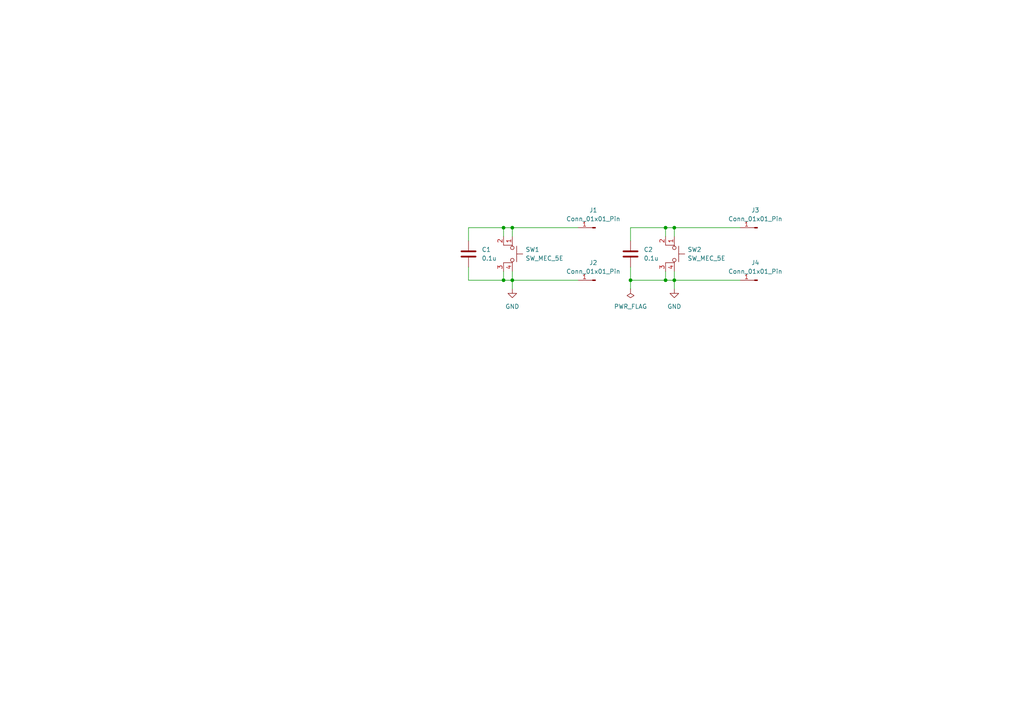
<source format=kicad_sch>
(kicad_sch (version 20230121) (generator eeschema)

  (uuid 8c8f8073-1dd1-449b-bb0d-f65575631a61)

  (paper "A4")

  (lib_symbols
    (symbol "Connector:Conn_01x01_Pin" (pin_names (offset 1.016) hide) (in_bom yes) (on_board yes)
      (property "Reference" "J" (at 0 2.54 0)
        (effects (font (size 1.27 1.27)))
      )
      (property "Value" "Conn_01x01_Pin" (at 0 -2.54 0)
        (effects (font (size 1.27 1.27)))
      )
      (property "Footprint" "" (at 0 0 0)
        (effects (font (size 1.27 1.27)) hide)
      )
      (property "Datasheet" "~" (at 0 0 0)
        (effects (font (size 1.27 1.27)) hide)
      )
      (property "ki_locked" "" (at 0 0 0)
        (effects (font (size 1.27 1.27)))
      )
      (property "ki_keywords" "connector" (at 0 0 0)
        (effects (font (size 1.27 1.27)) hide)
      )
      (property "ki_description" "Generic connector, single row, 01x01, script generated" (at 0 0 0)
        (effects (font (size 1.27 1.27)) hide)
      )
      (property "ki_fp_filters" "Connector*:*_1x??_*" (at 0 0 0)
        (effects (font (size 1.27 1.27)) hide)
      )
      (symbol "Conn_01x01_Pin_1_1"
        (polyline
          (pts
            (xy 1.27 0)
            (xy 0.8636 0)
          )
          (stroke (width 0.1524) (type default))
          (fill (type none))
        )
        (rectangle (start 0.8636 0.127) (end 0 -0.127)
          (stroke (width 0.1524) (type default))
          (fill (type outline))
        )
        (pin passive line (at 5.08 0 180) (length 3.81)
          (name "Pin_1" (effects (font (size 1.27 1.27))))
          (number "1" (effects (font (size 1.27 1.27))))
        )
      )
    )
    (symbol "Device:C" (pin_numbers hide) (pin_names (offset 0.254)) (in_bom yes) (on_board yes)
      (property "Reference" "C" (at 0.635 2.54 0)
        (effects (font (size 1.27 1.27)) (justify left))
      )
      (property "Value" "C" (at 0.635 -2.54 0)
        (effects (font (size 1.27 1.27)) (justify left))
      )
      (property "Footprint" "" (at 0.9652 -3.81 0)
        (effects (font (size 1.27 1.27)) hide)
      )
      (property "Datasheet" "~" (at 0 0 0)
        (effects (font (size 1.27 1.27)) hide)
      )
      (property "ki_keywords" "cap capacitor" (at 0 0 0)
        (effects (font (size 1.27 1.27)) hide)
      )
      (property "ki_description" "Unpolarized capacitor" (at 0 0 0)
        (effects (font (size 1.27 1.27)) hide)
      )
      (property "ki_fp_filters" "C_*" (at 0 0 0)
        (effects (font (size 1.27 1.27)) hide)
      )
      (symbol "C_0_1"
        (polyline
          (pts
            (xy -2.032 -0.762)
            (xy 2.032 -0.762)
          )
          (stroke (width 0.508) (type default))
          (fill (type none))
        )
        (polyline
          (pts
            (xy -2.032 0.762)
            (xy 2.032 0.762)
          )
          (stroke (width 0.508) (type default))
          (fill (type none))
        )
      )
      (symbol "C_1_1"
        (pin passive line (at 0 3.81 270) (length 2.794)
          (name "~" (effects (font (size 1.27 1.27))))
          (number "1" (effects (font (size 1.27 1.27))))
        )
        (pin passive line (at 0 -3.81 90) (length 2.794)
          (name "~" (effects (font (size 1.27 1.27))))
          (number "2" (effects (font (size 1.27 1.27))))
        )
      )
    )
    (symbol "Switch:SW_MEC_5E" (pin_names (offset 1.016) hide) (in_bom yes) (on_board yes)
      (property "Reference" "SW" (at 0.635 5.715 0)
        (effects (font (size 1.27 1.27)) (justify left))
      )
      (property "Value" "SW_MEC_5E" (at 0 -3.175 0)
        (effects (font (size 1.27 1.27)))
      )
      (property "Footprint" "" (at 0 7.62 0)
        (effects (font (size 1.27 1.27)) hide)
      )
      (property "Datasheet" "http://www.apem.com/int/index.php?controller=attachment&id_attachment=1371" (at 0 7.62 0)
        (effects (font (size 1.27 1.27)) hide)
      )
      (property "ki_keywords" "switch normally-open pushbutton push-button" (at 0 0 0)
        (effects (font (size 1.27 1.27)) hide)
      )
      (property "ki_description" "MEC 5E single pole normally-open tactile switch" (at 0 0 0)
        (effects (font (size 1.27 1.27)) hide)
      )
      (property "ki_fp_filters" "SW*MEC*5G*" (at 0 0 0)
        (effects (font (size 1.27 1.27)) hide)
      )
      (symbol "SW_MEC_5E_0_1"
        (circle (center -1.778 2.54) (radius 0.508)
          (stroke (width 0) (type default))
          (fill (type none))
        )
        (polyline
          (pts
            (xy -2.286 3.81)
            (xy 2.286 3.81)
          )
          (stroke (width 0) (type default))
          (fill (type none))
        )
        (polyline
          (pts
            (xy 0 3.81)
            (xy 0 5.588)
          )
          (stroke (width 0) (type default))
          (fill (type none))
        )
        (polyline
          (pts
            (xy -2.54 0)
            (xy -2.54 2.54)
            (xy -2.286 2.54)
          )
          (stroke (width 0) (type default))
          (fill (type none))
        )
        (polyline
          (pts
            (xy 2.54 0)
            (xy 2.54 2.54)
            (xy 2.286 2.54)
          )
          (stroke (width 0) (type default))
          (fill (type none))
        )
        (circle (center 1.778 2.54) (radius 0.508)
          (stroke (width 0) (type default))
          (fill (type none))
        )
        (pin passive line (at -5.08 2.54 0) (length 2.54)
          (name "1" (effects (font (size 1.27 1.27))))
          (number "1" (effects (font (size 1.27 1.27))))
        )
        (pin passive line (at -5.08 0 0) (length 2.54)
          (name "2" (effects (font (size 1.27 1.27))))
          (number "2" (effects (font (size 1.27 1.27))))
        )
        (pin passive line (at 5.08 0 180) (length 2.54)
          (name "K" (effects (font (size 1.27 1.27))))
          (number "3" (effects (font (size 1.27 1.27))))
        )
        (pin passive line (at 5.08 2.54 180) (length 2.54)
          (name "A" (effects (font (size 1.27 1.27))))
          (number "4" (effects (font (size 1.27 1.27))))
        )
      )
    )
    (symbol "power:GND" (power) (pin_names (offset 0)) (in_bom yes) (on_board yes)
      (property "Reference" "#PWR" (at 0 -6.35 0)
        (effects (font (size 1.27 1.27)) hide)
      )
      (property "Value" "GND" (at 0 -3.81 0)
        (effects (font (size 1.27 1.27)))
      )
      (property "Footprint" "" (at 0 0 0)
        (effects (font (size 1.27 1.27)) hide)
      )
      (property "Datasheet" "" (at 0 0 0)
        (effects (font (size 1.27 1.27)) hide)
      )
      (property "ki_keywords" "global power" (at 0 0 0)
        (effects (font (size 1.27 1.27)) hide)
      )
      (property "ki_description" "Power symbol creates a global label with name \"GND\" , ground" (at 0 0 0)
        (effects (font (size 1.27 1.27)) hide)
      )
      (symbol "GND_0_1"
        (polyline
          (pts
            (xy 0 0)
            (xy 0 -1.27)
            (xy 1.27 -1.27)
            (xy 0 -2.54)
            (xy -1.27 -1.27)
            (xy 0 -1.27)
          )
          (stroke (width 0) (type default))
          (fill (type none))
        )
      )
      (symbol "GND_1_1"
        (pin power_in line (at 0 0 270) (length 0) hide
          (name "GND" (effects (font (size 1.27 1.27))))
          (number "1" (effects (font (size 1.27 1.27))))
        )
      )
    )
    (symbol "power:PWR_FLAG" (power) (pin_numbers hide) (pin_names (offset 0) hide) (in_bom yes) (on_board yes)
      (property "Reference" "#FLG" (at 0 1.905 0)
        (effects (font (size 1.27 1.27)) hide)
      )
      (property "Value" "PWR_FLAG" (at 0 3.81 0)
        (effects (font (size 1.27 1.27)))
      )
      (property "Footprint" "" (at 0 0 0)
        (effects (font (size 1.27 1.27)) hide)
      )
      (property "Datasheet" "~" (at 0 0 0)
        (effects (font (size 1.27 1.27)) hide)
      )
      (property "ki_keywords" "flag power" (at 0 0 0)
        (effects (font (size 1.27 1.27)) hide)
      )
      (property "ki_description" "Special symbol for telling ERC where power comes from" (at 0 0 0)
        (effects (font (size 1.27 1.27)) hide)
      )
      (symbol "PWR_FLAG_0_0"
        (pin power_out line (at 0 0 90) (length 0)
          (name "pwr" (effects (font (size 1.27 1.27))))
          (number "1" (effects (font (size 1.27 1.27))))
        )
      )
      (symbol "PWR_FLAG_0_1"
        (polyline
          (pts
            (xy 0 0)
            (xy 0 1.27)
            (xy -1.016 1.905)
            (xy 0 2.54)
            (xy 1.016 1.905)
            (xy 0 1.27)
          )
          (stroke (width 0) (type default))
          (fill (type none))
        )
      )
    )
  )

  (junction (at 148.59 81.28) (diameter 0) (color 0 0 0 0)
    (uuid 15545cf4-842e-4f00-87b2-f28b403dc8bd)
  )
  (junction (at 146.05 81.28) (diameter 0) (color 0 0 0 0)
    (uuid 408f8442-c129-4c52-95f9-0f835dc8ff46)
  )
  (junction (at 148.59 66.04) (diameter 0) (color 0 0 0 0)
    (uuid 40fef090-2300-496d-bab1-d3120ebe83eb)
  )
  (junction (at 193.04 66.04) (diameter 0) (color 0 0 0 0)
    (uuid 6a77ca40-66af-40c8-8ec7-38819682934d)
  )
  (junction (at 193.04 81.28) (diameter 0) (color 0 0 0 0)
    (uuid 6c1bd694-4ecf-4e18-8fbc-29552125e5fc)
  )
  (junction (at 195.58 81.28) (diameter 0) (color 0 0 0 0)
    (uuid 934e60d3-9231-48e8-8776-d60db59af8f1)
  )
  (junction (at 195.58 66.04) (diameter 0) (color 0 0 0 0)
    (uuid a5c2d5d6-1241-4aeb-9156-61608cfa8693)
  )
  (junction (at 182.88 81.28) (diameter 0) (color 0 0 0 0)
    (uuid a8273e04-3f14-4327-afae-2e8c29b7705f)
  )
  (junction (at 146.05 66.04) (diameter 0) (color 0 0 0 0)
    (uuid e46c76d3-f88f-4b55-b6c7-7f4b87217455)
  )

  (wire (pts (xy 135.89 66.04) (xy 146.05 66.04))
    (stroke (width 0) (type default))
    (uuid 07930b8b-79ac-47b1-bcf9-0f9bec260b80)
  )
  (wire (pts (xy 146.05 81.28) (xy 135.89 81.28))
    (stroke (width 0) (type default))
    (uuid 0c2d4a38-491d-494f-884c-1c372b5034a3)
  )
  (wire (pts (xy 146.05 81.28) (xy 146.05 78.74))
    (stroke (width 0) (type default))
    (uuid 1780d1aa-e549-403d-a69b-9ad96e6a04e3)
  )
  (wire (pts (xy 195.58 66.04) (xy 214.63 66.04))
    (stroke (width 0) (type default))
    (uuid 29e4463c-ad36-41cb-afa0-ecb5a1a08b05)
  )
  (wire (pts (xy 193.04 81.28) (xy 193.04 78.74))
    (stroke (width 0) (type default))
    (uuid 328b8e02-f7c9-4c82-9253-24c2ac28c2b7)
  )
  (wire (pts (xy 195.58 81.28) (xy 193.04 81.28))
    (stroke (width 0) (type default))
    (uuid 4857ed4b-25d6-474a-bc62-008c509bd7aa)
  )
  (wire (pts (xy 193.04 81.28) (xy 182.88 81.28))
    (stroke (width 0) (type default))
    (uuid 49d5436b-28ba-49ea-b833-57a3373f83ee)
  )
  (wire (pts (xy 148.59 81.28) (xy 167.64 81.28))
    (stroke (width 0) (type default))
    (uuid 52e1418b-1dfe-4327-a0a1-b54f2e9adfd0)
  )
  (wire (pts (xy 135.89 77.47) (xy 135.89 81.28))
    (stroke (width 0) (type default))
    (uuid 53952901-6093-4495-bab7-3bc9a827dab9)
  )
  (wire (pts (xy 182.88 77.47) (xy 182.88 81.28))
    (stroke (width 0) (type default))
    (uuid 53f3d576-1398-4407-82b8-9b68c7e7dd3d)
  )
  (wire (pts (xy 135.89 69.85) (xy 135.89 66.04))
    (stroke (width 0) (type default))
    (uuid 63594b1a-0474-4cd8-9644-0d6e5422a822)
  )
  (wire (pts (xy 148.59 66.04) (xy 167.64 66.04))
    (stroke (width 0) (type default))
    (uuid 6f571384-94a0-4de6-a23a-0ae3a2c48aed)
  )
  (wire (pts (xy 148.59 81.28) (xy 146.05 81.28))
    (stroke (width 0) (type default))
    (uuid 7d40a6f9-e002-48c3-9397-9591e5574faa)
  )
  (wire (pts (xy 195.58 66.04) (xy 193.04 66.04))
    (stroke (width 0) (type default))
    (uuid 82a4b974-ee09-4831-9c42-6b24eb4c3c41)
  )
  (wire (pts (xy 182.88 69.85) (xy 182.88 66.04))
    (stroke (width 0) (type default))
    (uuid 843f41d9-bb25-4aa5-883c-ef6928a32801)
  )
  (wire (pts (xy 193.04 66.04) (xy 193.04 68.58))
    (stroke (width 0) (type default))
    (uuid 8c0756f0-fa73-4b3c-9007-814f61519236)
  )
  (wire (pts (xy 148.59 66.04) (xy 146.05 66.04))
    (stroke (width 0) (type default))
    (uuid a0855dd7-b0c1-435b-84a2-00f63ee5e831)
  )
  (wire (pts (xy 148.59 78.74) (xy 148.59 81.28))
    (stroke (width 0) (type default))
    (uuid a2ddfc29-b28c-4856-b836-6e52efa4a317)
  )
  (wire (pts (xy 195.58 81.28) (xy 214.63 81.28))
    (stroke (width 0) (type default))
    (uuid a480b67e-8dd6-4069-b900-469a877309dc)
  )
  (wire (pts (xy 195.58 78.74) (xy 195.58 81.28))
    (stroke (width 0) (type default))
    (uuid a8d0f79a-0fa9-4bbe-b512-dbd383821707)
  )
  (wire (pts (xy 148.59 81.28) (xy 148.59 83.82))
    (stroke (width 0) (type default))
    (uuid ae12e716-4c36-49af-8711-cabc439eccbb)
  )
  (wire (pts (xy 195.58 66.04) (xy 195.58 68.58))
    (stroke (width 0) (type default))
    (uuid aecf089d-ac03-43cc-8e1b-e5d4e16cf4e7)
  )
  (wire (pts (xy 148.59 66.04) (xy 148.59 68.58))
    (stroke (width 0) (type default))
    (uuid bb7ba91b-6e20-44c2-b4c7-3052df239cd0)
  )
  (wire (pts (xy 182.88 66.04) (xy 193.04 66.04))
    (stroke (width 0) (type default))
    (uuid bfc8c84b-d6ed-48ff-bd85-bbec6c63ebe5)
  )
  (wire (pts (xy 182.88 81.28) (xy 182.88 83.82))
    (stroke (width 0) (type default))
    (uuid c3856a8e-97a6-499b-a5c0-38a0548c6826)
  )
  (wire (pts (xy 195.58 81.28) (xy 195.58 83.82))
    (stroke (width 0) (type default))
    (uuid cb82ce7c-5dfa-4912-893e-cfc947d5eda6)
  )
  (wire (pts (xy 146.05 66.04) (xy 146.05 68.58))
    (stroke (width 0) (type default))
    (uuid eb0dc15f-1354-4a2a-a182-59584cf9d402)
  )

  (symbol (lib_id "Device:C") (at 135.89 73.66 0) (unit 1)
    (in_bom yes) (on_board yes) (dnp no) (fields_autoplaced)
    (uuid 12073917-699a-4ac4-bbfb-470ff67f6083)
    (property "Reference" "C1" (at 139.7 72.39 0)
      (effects (font (size 1.27 1.27)) (justify left))
    )
    (property "Value" "0.1u" (at 139.7 74.93 0)
      (effects (font (size 1.27 1.27)) (justify left))
    )
    (property "Footprint" "Capacitor_SMD:C_0603_1608Metric" (at 136.8552 77.47 0)
      (effects (font (size 1.27 1.27)) hide)
    )
    (property "Datasheet" "~" (at 135.89 73.66 0)
      (effects (font (size 1.27 1.27)) hide)
    )
    (pin "1" (uuid 023ae796-0eef-48f9-857a-42324cd33f0e))
    (pin "2" (uuid 593daf56-7bde-42ca-a553-659bf5730b36))
    (instances
      (project "tactile_earrings"
        (path "/8c8f8073-1dd1-449b-bb0d-f65575631a61"
          (reference "C1") (unit 1)
        )
      )
    )
  )

  (symbol (lib_id "power:GND") (at 148.59 83.82 0) (unit 1)
    (in_bom yes) (on_board yes) (dnp no) (fields_autoplaced)
    (uuid 2cbaa580-7131-4325-99c9-0596f4e13f7c)
    (property "Reference" "#PWR01" (at 148.59 90.17 0)
      (effects (font (size 1.27 1.27)) hide)
    )
    (property "Value" "GND" (at 148.59 88.9 0)
      (effects (font (size 1.27 1.27)))
    )
    (property "Footprint" "" (at 148.59 83.82 0)
      (effects (font (size 1.27 1.27)) hide)
    )
    (property "Datasheet" "" (at 148.59 83.82 0)
      (effects (font (size 1.27 1.27)) hide)
    )
    (pin "1" (uuid c2133ecd-a04e-4d61-b957-b428b02e07bb))
    (instances
      (project "tactile_earrings"
        (path "/8c8f8073-1dd1-449b-bb0d-f65575631a61"
          (reference "#PWR01") (unit 1)
        )
      )
    )
  )

  (symbol (lib_id "Connector:Conn_01x01_Pin") (at 172.72 66.04 180) (unit 1)
    (in_bom yes) (on_board yes) (dnp no) (fields_autoplaced)
    (uuid 3ca0194f-7549-4c94-a9c6-cb2f32037fb1)
    (property "Reference" "J1" (at 172.085 60.96 0)
      (effects (font (size 1.27 1.27)))
    )
    (property "Value" "Conn_01x01_Pin" (at 172.085 63.5 0)
      (effects (font (size 1.27 1.27)))
    )
    (property "Footprint" "Connector_PinSocket_2.54mm:PinSocket_1x01_P2.54mm_Vertical" (at 172.72 66.04 0)
      (effects (font (size 1.27 1.27)) hide)
    )
    (property "Datasheet" "~" (at 172.72 66.04 0)
      (effects (font (size 1.27 1.27)) hide)
    )
    (pin "1" (uuid 1c1c5c92-a1fa-4c45-af8f-496d58fb76bf))
    (instances
      (project "tactile_earrings"
        (path "/8c8f8073-1dd1-449b-bb0d-f65575631a61"
          (reference "J1") (unit 1)
        )
      )
    )
  )

  (symbol (lib_id "Device:C") (at 182.88 73.66 0) (unit 1)
    (in_bom yes) (on_board yes) (dnp no) (fields_autoplaced)
    (uuid 4e4114ad-6483-4e5d-9c43-a4869877c461)
    (property "Reference" "C2" (at 186.69 72.39 0)
      (effects (font (size 1.27 1.27)) (justify left))
    )
    (property "Value" "0.1u" (at 186.69 74.93 0)
      (effects (font (size 1.27 1.27)) (justify left))
    )
    (property "Footprint" "Capacitor_SMD:C_0603_1608Metric" (at 183.8452 77.47 0)
      (effects (font (size 1.27 1.27)) hide)
    )
    (property "Datasheet" "~" (at 182.88 73.66 0)
      (effects (font (size 1.27 1.27)) hide)
    )
    (pin "1" (uuid 66b80f1a-4d97-4d70-8890-1a62aa36e079))
    (pin "2" (uuid a9087011-ba7e-49d5-b05e-5bf2e7e239ee))
    (instances
      (project "tactile_earrings"
        (path "/8c8f8073-1dd1-449b-bb0d-f65575631a61"
          (reference "C2") (unit 1)
        )
      )
    )
  )

  (symbol (lib_id "Switch:SW_MEC_5E") (at 146.05 73.66 270) (unit 1)
    (in_bom yes) (on_board yes) (dnp no) (fields_autoplaced)
    (uuid 8de24f1b-3c64-4fb0-aa6d-9a37cef054a6)
    (property "Reference" "SW1" (at 152.4 72.39 90)
      (effects (font (size 1.27 1.27)) (justify left))
    )
    (property "Value" "SW_MEC_5E" (at 152.4 74.93 90)
      (effects (font (size 1.27 1.27)) (justify left))
    )
    (property "Footprint" "LibraryLoader:B3FS1050" (at 153.67 73.66 0)
      (effects (font (size 1.27 1.27)) hide)
    )
    (property "Datasheet" "http://www.apem.com/int/index.php?controller=attachment&id_attachment=1371" (at 153.67 73.66 0)
      (effects (font (size 1.27 1.27)) hide)
    )
    (pin "1" (uuid 959100c3-5495-460b-bd8e-546526d2f660))
    (pin "2" (uuid 7d01534c-1ea9-4ff3-93ce-c7895c617b68))
    (pin "3" (uuid 728fe92a-b1e5-403f-8005-84ff6a033245))
    (pin "4" (uuid 377c5ac8-0e75-47fa-b381-542eee23e600))
    (instances
      (project "tactile_earrings"
        (path "/8c8f8073-1dd1-449b-bb0d-f65575631a61"
          (reference "SW1") (unit 1)
        )
      )
    )
  )

  (symbol (lib_id "Connector:Conn_01x01_Pin") (at 172.72 81.28 180) (unit 1)
    (in_bom yes) (on_board yes) (dnp no) (fields_autoplaced)
    (uuid 996e2616-e3fb-4dc3-9b0e-61bb5638aac7)
    (property "Reference" "J2" (at 172.085 76.2 0)
      (effects (font (size 1.27 1.27)))
    )
    (property "Value" "Conn_01x01_Pin" (at 172.085 78.74 0)
      (effects (font (size 1.27 1.27)))
    )
    (property "Footprint" "LibraryLoader:Exposed_Pad" (at 172.72 81.28 0)
      (effects (font (size 1.27 1.27)) hide)
    )
    (property "Datasheet" "~" (at 172.72 81.28 0)
      (effects (font (size 1.27 1.27)) hide)
    )
    (pin "1" (uuid 9e81104b-2848-4886-aec6-2737ae57eba0))
    (instances
      (project "tactile_earrings"
        (path "/8c8f8073-1dd1-449b-bb0d-f65575631a61"
          (reference "J2") (unit 1)
        )
      )
    )
  )

  (symbol (lib_id "Connector:Conn_01x01_Pin") (at 219.71 66.04 180) (unit 1)
    (in_bom yes) (on_board yes) (dnp no) (fields_autoplaced)
    (uuid 9ec5f7a5-1198-47e4-8692-353948e7c497)
    (property "Reference" "J3" (at 219.075 60.96 0)
      (effects (font (size 1.27 1.27)))
    )
    (property "Value" "Conn_01x01_Pin" (at 219.075 63.5 0)
      (effects (font (size 1.27 1.27)))
    )
    (property "Footprint" "Connector_PinSocket_2.54mm:PinSocket_1x01_P2.54mm_Vertical" (at 219.71 66.04 0)
      (effects (font (size 1.27 1.27)) hide)
    )
    (property "Datasheet" "~" (at 219.71 66.04 0)
      (effects (font (size 1.27 1.27)) hide)
    )
    (pin "1" (uuid 4cd6e18d-8af3-4c2c-a9fe-9b945eb15605))
    (instances
      (project "tactile_earrings"
        (path "/8c8f8073-1dd1-449b-bb0d-f65575631a61"
          (reference "J3") (unit 1)
        )
      )
    )
  )

  (symbol (lib_id "power:PWR_FLAG") (at 182.88 83.82 180) (unit 1)
    (in_bom yes) (on_board yes) (dnp no) (fields_autoplaced)
    (uuid 9eef502e-dfe2-4509-88cf-cdacc3e51c8a)
    (property "Reference" "#FLG01" (at 182.88 85.725 0)
      (effects (font (size 1.27 1.27)) hide)
    )
    (property "Value" "PWR_FLAG" (at 182.88 88.9 0)
      (effects (font (size 1.27 1.27)))
    )
    (property "Footprint" "" (at 182.88 83.82 0)
      (effects (font (size 1.27 1.27)) hide)
    )
    (property "Datasheet" "~" (at 182.88 83.82 0)
      (effects (font (size 1.27 1.27)) hide)
    )
    (pin "1" (uuid 5da99473-cc22-466f-9485-736310aa7505))
    (instances
      (project "tactile_earrings"
        (path "/8c8f8073-1dd1-449b-bb0d-f65575631a61"
          (reference "#FLG01") (unit 1)
        )
      )
    )
  )

  (symbol (lib_id "Connector:Conn_01x01_Pin") (at 219.71 81.28 180) (unit 1)
    (in_bom yes) (on_board yes) (dnp no) (fields_autoplaced)
    (uuid a543aa9c-6bf3-40e9-837b-08b677718f61)
    (property "Reference" "J4" (at 219.075 76.2 0)
      (effects (font (size 1.27 1.27)))
    )
    (property "Value" "Conn_01x01_Pin" (at 219.075 78.74 0)
      (effects (font (size 1.27 1.27)))
    )
    (property "Footprint" "LibraryLoader:Exposed_Pad" (at 219.71 81.28 0)
      (effects (font (size 1.27 1.27)) hide)
    )
    (property "Datasheet" "~" (at 219.71 81.28 0)
      (effects (font (size 1.27 1.27)) hide)
    )
    (pin "1" (uuid c4e56cf1-c2b3-40a0-9df9-41a0877f8e32))
    (instances
      (project "tactile_earrings"
        (path "/8c8f8073-1dd1-449b-bb0d-f65575631a61"
          (reference "J4") (unit 1)
        )
      )
    )
  )

  (symbol (lib_id "power:GND") (at 195.58 83.82 0) (unit 1)
    (in_bom yes) (on_board yes) (dnp no) (fields_autoplaced)
    (uuid c6ea72f9-a2d4-4938-8592-17b19c4ff7e0)
    (property "Reference" "#PWR02" (at 195.58 90.17 0)
      (effects (font (size 1.27 1.27)) hide)
    )
    (property "Value" "GND" (at 195.58 88.9 0)
      (effects (font (size 1.27 1.27)))
    )
    (property "Footprint" "" (at 195.58 83.82 0)
      (effects (font (size 1.27 1.27)) hide)
    )
    (property "Datasheet" "" (at 195.58 83.82 0)
      (effects (font (size 1.27 1.27)) hide)
    )
    (pin "1" (uuid 7035e237-91ed-4dd2-b7df-9a7fce9b73e4))
    (instances
      (project "tactile_earrings"
        (path "/8c8f8073-1dd1-449b-bb0d-f65575631a61"
          (reference "#PWR02") (unit 1)
        )
      )
    )
  )

  (symbol (lib_id "Switch:SW_MEC_5E") (at 193.04 73.66 270) (unit 1)
    (in_bom yes) (on_board yes) (dnp no) (fields_autoplaced)
    (uuid f3f5c044-16b7-4c4e-bf80-965179437265)
    (property "Reference" "SW2" (at 199.39 72.39 90)
      (effects (font (size 1.27 1.27)) (justify left))
    )
    (property "Value" "SW_MEC_5E" (at 199.39 74.93 90)
      (effects (font (size 1.27 1.27)) (justify left))
    )
    (property "Footprint" "LibraryLoader:DTS63NV" (at 200.66 73.66 0)
      (effects (font (size 1.27 1.27)) hide)
    )
    (property "Datasheet" "http://www.apem.com/int/index.php?controller=attachment&id_attachment=1371" (at 200.66 73.66 0)
      (effects (font (size 1.27 1.27)) hide)
    )
    (pin "1" (uuid dd56007d-bb17-4546-b317-3c77665801a5))
    (pin "2" (uuid ff857e14-57b3-4691-b687-cff5069de057))
    (pin "3" (uuid af807c38-a9c0-4866-aa74-083347c707dc))
    (pin "4" (uuid 7e1bcedf-07cf-4e12-8194-9dd76e9ef1d8))
    (instances
      (project "tactile_earrings"
        (path "/8c8f8073-1dd1-449b-bb0d-f65575631a61"
          (reference "SW2") (unit 1)
        )
      )
    )
  )

  (sheet_instances
    (path "/" (page "1"))
  )
)

</source>
